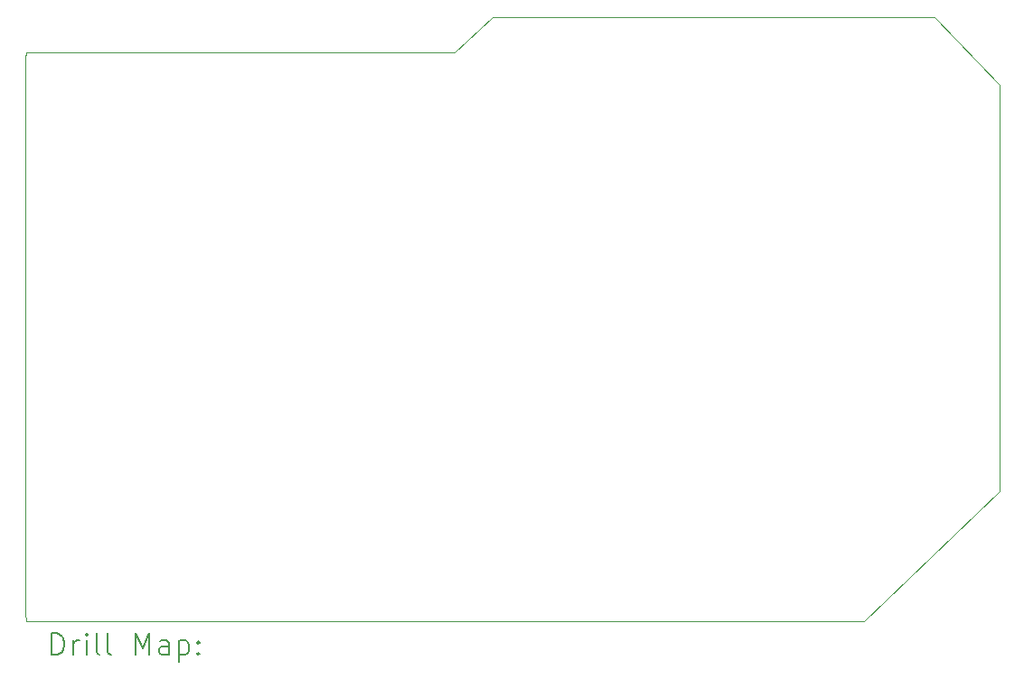
<source format=gbr>
%FSLAX45Y45*%
G04 Gerber Fmt 4.5, Leading zero omitted, Abs format (unit mm)*
G04 Created by KiCad (PCBNEW (6.0.0)) date 2023-01-29 20:42:13*
%MOMM*%
%LPD*%
G01*
G04 APERTURE LIST*
%TA.AperFunction,Profile*%
%ADD10C,0.100000*%
%TD*%
%ADD11C,0.200000*%
G04 APERTURE END LIST*
D10*
X11734800Y-9931400D02*
X11722100Y-9855200D01*
X12014200Y-9931400D02*
X11734800Y-9931400D01*
X11722100Y-4648200D02*
X11722100Y-8140700D01*
X13309600Y-4597400D02*
X11963400Y-4597400D01*
X20853400Y-4902200D02*
X20853400Y-8712200D01*
X11734800Y-4597400D02*
X11722100Y-4648200D01*
X20243800Y-4267200D02*
X20853400Y-4902200D01*
X11963400Y-4597400D02*
X11734800Y-4597400D01*
X20853400Y-8712200D02*
X19583400Y-9931400D01*
X18846800Y-4267200D02*
X16103600Y-4267200D01*
X15748000Y-4597400D02*
X13309600Y-4597400D01*
X19583400Y-9931400D02*
X12014200Y-9931400D01*
X18846800Y-4267200D02*
X20243800Y-4267200D01*
X11722100Y-8140700D02*
X11722100Y-9855200D01*
X16103600Y-4267200D02*
X15748000Y-4597400D01*
D11*
X11974719Y-10246876D02*
X11974719Y-10046876D01*
X12022338Y-10046876D01*
X12050909Y-10056400D01*
X12069957Y-10075448D01*
X12079481Y-10094495D01*
X12089005Y-10132590D01*
X12089005Y-10161162D01*
X12079481Y-10199257D01*
X12069957Y-10218305D01*
X12050909Y-10237352D01*
X12022338Y-10246876D01*
X11974719Y-10246876D01*
X12174719Y-10246876D02*
X12174719Y-10113543D01*
X12174719Y-10151638D02*
X12184243Y-10132590D01*
X12193767Y-10123067D01*
X12212814Y-10113543D01*
X12231862Y-10113543D01*
X12298528Y-10246876D02*
X12298528Y-10113543D01*
X12298528Y-10046876D02*
X12289005Y-10056400D01*
X12298528Y-10065924D01*
X12308052Y-10056400D01*
X12298528Y-10046876D01*
X12298528Y-10065924D01*
X12422338Y-10246876D02*
X12403290Y-10237352D01*
X12393767Y-10218305D01*
X12393767Y-10046876D01*
X12527100Y-10246876D02*
X12508052Y-10237352D01*
X12498528Y-10218305D01*
X12498528Y-10046876D01*
X12755671Y-10246876D02*
X12755671Y-10046876D01*
X12822338Y-10189733D01*
X12889005Y-10046876D01*
X12889005Y-10246876D01*
X13069957Y-10246876D02*
X13069957Y-10142114D01*
X13060433Y-10123067D01*
X13041386Y-10113543D01*
X13003290Y-10113543D01*
X12984243Y-10123067D01*
X13069957Y-10237352D02*
X13050909Y-10246876D01*
X13003290Y-10246876D01*
X12984243Y-10237352D01*
X12974719Y-10218305D01*
X12974719Y-10199257D01*
X12984243Y-10180210D01*
X13003290Y-10170686D01*
X13050909Y-10170686D01*
X13069957Y-10161162D01*
X13165195Y-10113543D02*
X13165195Y-10313543D01*
X13165195Y-10123067D02*
X13184243Y-10113543D01*
X13222338Y-10113543D01*
X13241386Y-10123067D01*
X13250909Y-10132590D01*
X13260433Y-10151638D01*
X13260433Y-10208781D01*
X13250909Y-10227829D01*
X13241386Y-10237352D01*
X13222338Y-10246876D01*
X13184243Y-10246876D01*
X13165195Y-10237352D01*
X13346148Y-10227829D02*
X13355671Y-10237352D01*
X13346148Y-10246876D01*
X13336624Y-10237352D01*
X13346148Y-10227829D01*
X13346148Y-10246876D01*
X13346148Y-10123067D02*
X13355671Y-10132590D01*
X13346148Y-10142114D01*
X13336624Y-10132590D01*
X13346148Y-10123067D01*
X13346148Y-10142114D01*
M02*

</source>
